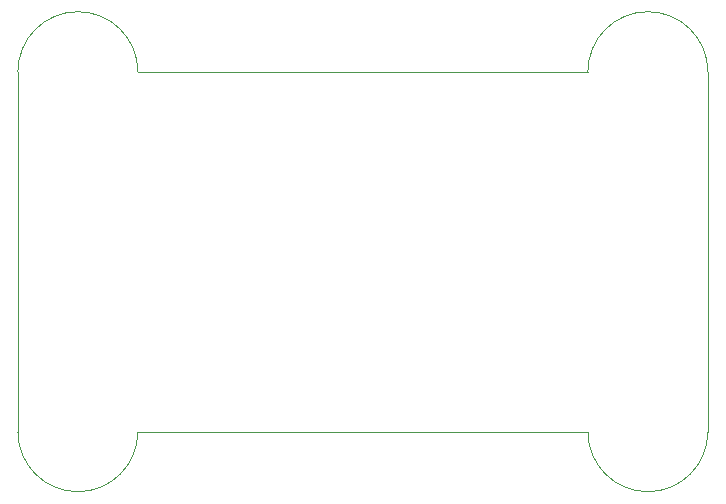
<source format=gbr>
%TF.GenerationSoftware,KiCad,Pcbnew,5.99.0-unknown-1463dd1~101~ubuntu20.04.1*%
%TF.CreationDate,2020-07-08T00:12:40-04:00*%
%TF.ProjectId,Metal Detector,4d657461-6c20-4446-9574-6563746f722e,rev?*%
%TF.SameCoordinates,Original*%
%TF.FileFunction,Profile,NP*%
%FSLAX46Y46*%
G04 Gerber Fmt 4.6, Leading zero omitted, Abs format (unit mm)*
G04 Created by KiCad (PCBNEW 5.99.0-unknown-1463dd1~101~ubuntu20.04.1) date 2020-07-08 00:12:40*
%MOMM*%
%LPD*%
G01*
G04 APERTURE LIST*
%TA.AperFunction,Profile*%
%ADD10C,0.050000*%
%TD*%
%TA.AperFunction,Profile*%
%ADD11C,0.100000*%
%TD*%
G04 APERTURE END LIST*
D10*
X185420000Y-116840000D02*
G75*
G02*
X175260000Y-116840000I-5080000J0D01*
G01*
X233680000Y-116840000D02*
G75*
G02*
X223520000Y-116840000I-5080000J0D01*
G01*
X223520000Y-86360000D02*
G75*
G02*
X233680000Y-86360000I5080000J0D01*
G01*
D11*
X185420000Y-86360000D02*
X223520000Y-86360000D01*
D10*
X175260000Y-86360000D02*
G75*
G02*
X185420000Y-86360000I5080000J0D01*
G01*
D11*
X233680000Y-86360000D02*
X233680000Y-116840000D01*
X175260000Y-116840000D02*
X175260000Y-86360000D01*
X223520000Y-116840000D02*
X185420000Y-116840000D01*
M02*

</source>
